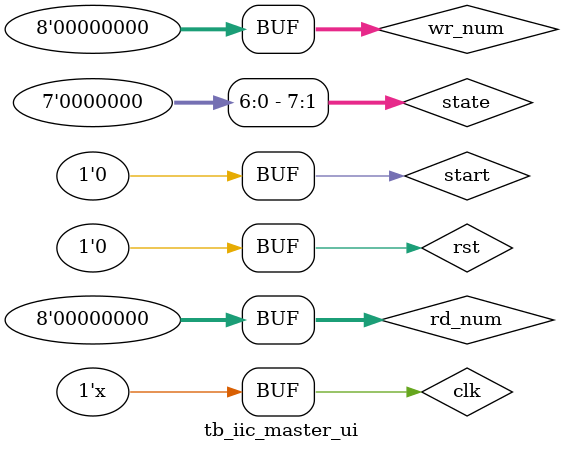
<source format=v>
`timescale 1ns / 1ps


//`CLK_DIV_OUTGEN(SYS_CLK_I,SYS_RST_I,iic_scl,CLK_DIV)
//`CLK_DIV_OUTGEN(SYS_CLK_I,SYS_RST_I,iic_scl_m2,(CLK_DIV/2)) //fast 
//`POS_MONITOR_OUTGEN(SYS_CLK_I,0,iic_scl_m2,iic_scl_m2_pos)
//`NEG_MONITOR_OUTGEN(SYS_CLK_I,0,iic_scl_m2,iic_scl_m2_neg)
//`POS_MONITOR_OUTGEN(SYS_CLK_I,0,START_I,START_I_pos)
//
//assign SCL_O = iic_scl ;
//
//assign BUSY_O = Busy | START_I_pos ;
//
//assign scl_high_mid = iic_scl & iic_scl_m2_pos;
//assign scl_low_mid  = ~iic_scl & iic_scl_m2_pos;
//



module tb_iic_master_ui(

    );

reg clk;
reg rst;
reg start ;

reg [7:0] wr_num;
reg [7:0] rd_num;




wire iic_scl_m2     ;
wire iic_scl_m2_pos ;
wire iic_scl_m2_neg ;
wire scl_high_mid   ;
wire scl_low_mid    ;
wire [7:0] state ;


assign  iic_scl_m2 = iic_master_ui_u.iic_scl_m2;
assign  iic_scl_m2_pos = iic_master_ui_u.iic_scl_m2_pos;
assign  iic_scl_m2_neg = iic_master_ui_u.iic_scl_m2_neg;
assign  scl_high_mid   = iic_master_ui_u.scl_high_mid;
assign  scl_low_mid   = iic_master_ui_u.scl_high_mid;
assign  state = iic_master_ui_u.state ;



 
iic_master_ui 
#( .WR_MAX_LEN (7),
   .RD_MAX_LEN (1),
   .CLK_DIV    (1000)) 
    iic_master_ui_u(
    .SYS_CLK_I     (clk),
    .SYS_RST_I     (rst),
    .SDA_I         (1),
    .SDA_O         (SDA_O),
    .SDA_T         (SDA_T),
    .SCL_I         (0),//no use
    .SCL_O         (SCL_O),
    .SCL_T         (SCL_T),//always out
    .WR_BYTE_NUM_I (7 ), //>=0, first 
    .WR_DATA_I     (80'hbbaa77665544332255aa),
    .RD_BYTE_NUM_I (0), //>=0, second
    .RD_DATA_O     (),
    .START_I       (start    ),//pulse
    .BUSY_O        (BUSY_O   ),
    .FINISH_O      (FINISH_O ),
    .ERROR_O       (ERROR_O  )    
    
    );
    
always #5 clk = ~clk;

initial begin
    wr_num = 0;
    rd_num = 0;
    clk = 0;
    start = 0;
    rst = 1;
    #500;
    rst = 0;
    #5000;
    

    start  = 1 ;
    wr_num = 5;
    rd_num = 5;
    #50 ;
    start = 0;
    #200000;
    
    start  = 1 ;
    wr_num = 5;
    rd_num = 0;
    #50 ;
    start = 0;
    #200000;
    
    
    start  = 1 ;
    wr_num = 0;
    rd_num = 5;
    #50 ;
    start = 0;
    #200000;
    
    start  = 1 ;
    wr_num = 0;
    rd_num = 0;
    #50 ;
    start = 0;
    #200000;
    
    
    

end  
    
    
    
endmodule

</source>
